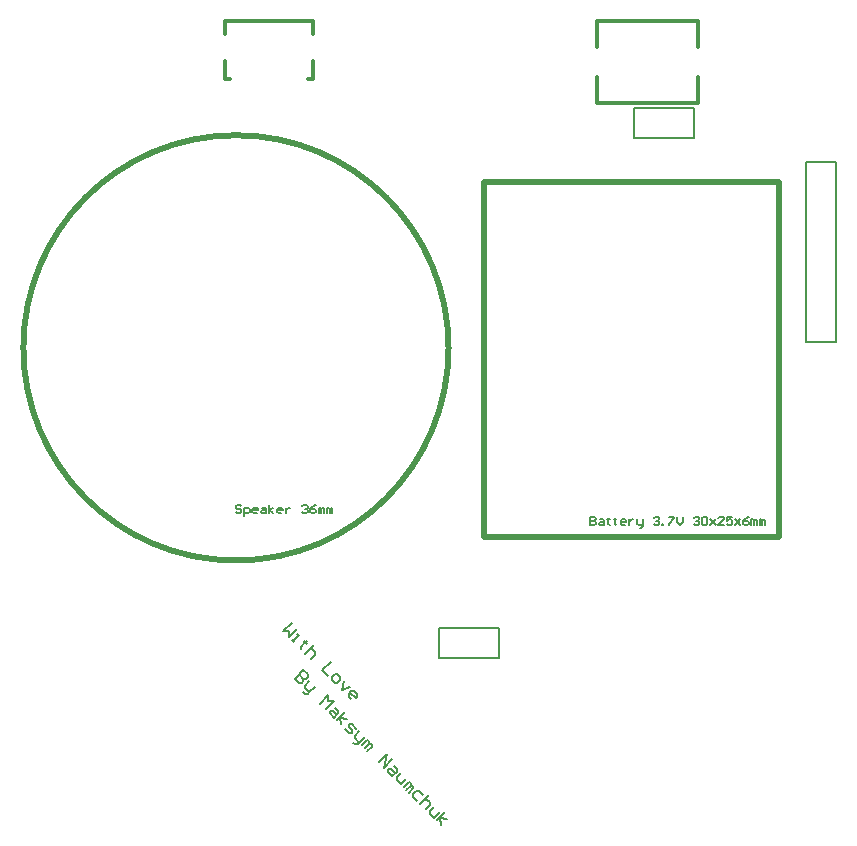
<source format=gto>
G04 Layer_Color=65535*
%FSLAX44Y44*%
%MOMM*%
G71*
G01*
G75*
%ADD12C,0.5000*%
%ADD14C,0.3000*%
%ADD15C,0.2000*%
%ADD29C,0.1500*%
D12*
X2190000Y1460000D02*
G03*
X2190000Y1460000I-180000J0D01*
G01*
X2220000Y1300000D02*
X2470000D01*
Y1600000D01*
X2220000D01*
Y1300000D01*
D14*
X2001000Y1687500D02*
X2005000D01*
X2001000D02*
Y1702500D01*
Y1725500D02*
Y1736500D01*
X2075000D01*
Y1725500D01*
Y1702500D02*
Y1687500D01*
X2071000D01*
X2315500Y1667500D02*
Y1689500D01*
Y1714500D02*
Y1736500D01*
X2401500D01*
Y1714500D01*
Y1689500D02*
Y1667500D01*
X2315500D01*
D15*
X2050000Y1220000D02*
X2054713D01*
Y1215287D01*
X2061781Y1222356D01*
Y1217644D02*
X2062959Y1216466D01*
X2058247Y1211753D01*
X2059425Y1210575D01*
X2057069Y1212931D01*
X2067672Y1211753D02*
X2070028Y1209397D01*
X2068850Y1210575D01*
X2067672Y1211753D01*
X2070028D02*
X2068850Y1210575D01*
X2065316Y1207041D01*
X2065316Y1204684D01*
X2072384D02*
X2074741Y1204684D01*
X2077097Y1202328D01*
Y1199972D01*
X2073563Y1196437D01*
X2068850Y1201150D02*
X2072384Y1204684D01*
X2075919Y1208219D02*
X2068850Y1201150D01*
X2067069Y1187069D02*
X2060000Y1180000D01*
X2063534Y1176466D01*
X2065891D01*
X2067069Y1177644D01*
X2067069Y1180000D01*
X2063534Y1183534D01*
X2067069Y1180000D01*
X2069425D01*
X2070603Y1181178D01*
Y1183534D01*
X2067069Y1187069D01*
X2068247Y1174109D02*
Y1171753D01*
X2071781Y1168219D01*
X2070603Y1167041D01*
X2068247D01*
X2067069Y1168219D01*
X2071781D02*
X2076494Y1172931D01*
X2071781Y1177644D02*
X2068247Y1174109D01*
X2082988Y1187012D02*
X2087700Y1182300D01*
X2091235Y1181122D02*
Y1178765D01*
X2093591Y1176409D01*
X2095947Y1176409D01*
X2098303Y1178765D01*
Y1181122D01*
X2095947Y1183478D01*
X2093591Y1183478D01*
X2091235Y1181122D01*
X2101838Y1177587D02*
X2099482Y1170518D01*
X2106550Y1172875D01*
X2107728Y1169340D02*
X2110085D01*
X2112441Y1166984D01*
Y1164628D01*
X2111263Y1163450D01*
X2106550Y1168162D01*
X2105372Y1166984D02*
X2107728Y1169340D01*
X2105372Y1166984D02*
Y1164628D01*
X2107728Y1162272D01*
X2103591Y1145834D02*
X2097700Y1147012D01*
X2098878Y1141122D01*
X2102413Y1137587D02*
X2105947Y1134053D01*
X2108303D01*
Y1136409D01*
X2105947Y1138765D01*
Y1141122D01*
X2108303D01*
X2111838Y1137587D01*
X2114194Y1135231D02*
X2110660Y1131697D01*
Y1129340D01*
X2114194Y1125806D01*
X2113016Y1124628D01*
X2110660D01*
X2109482Y1125806D01*
X2114194D02*
X2118907Y1130518D01*
X2121263Y1128162D02*
X2122441Y1126984D01*
Y1124628D01*
X2118907Y1121093D01*
X2122441Y1124628D01*
X2124797Y1124628D01*
Y1122272D01*
X2121263Y1118737D01*
X2116550Y1123450D02*
X2121263Y1128162D01*
X2130688Y1109312D02*
X2137757Y1116381D01*
X2135400Y1104600D01*
X2142469Y1111668D01*
X2143647Y1105778D02*
X2146004Y1103421D01*
Y1101065D01*
X2142469Y1097531D01*
X2138935Y1101065D01*
Y1103421D01*
X2141291Y1103421D01*
X2144825Y1099887D01*
X2149538Y1099887D02*
X2146004Y1096353D01*
Y1093996D01*
X2149538Y1090462D01*
X2154250Y1095174D01*
X2151894Y1088106D02*
X2156607Y1092818D01*
X2157785Y1091640D01*
Y1089284D01*
X2154250Y1085750D01*
X2157785Y1089284D01*
X2160141D01*
Y1086928D01*
X2156607Y1083393D01*
X2160141Y1082215D02*
Y1079859D01*
X2163676Y1076324D01*
X2166032Y1073968D02*
X2169566Y1077503D01*
X2171922Y1077503D01*
X2174279Y1075146D01*
Y1072790D01*
X2170744Y1069256D01*
X2174279Y1068077D02*
Y1065721D01*
X2177813Y1062187D01*
X2182526Y1066899D01*
Y1062187D02*
X2188416Y1061009D01*
X2187238Y1066899D02*
X2180169Y1059831D01*
X2182526Y1062187D02*
X2183704Y1056296D01*
X2177813Y1071612D02*
X2174279Y1068077D01*
X2173101Y1081037D02*
X2166032Y1073968D01*
X2168388Y1081037D02*
X2164854Y1084571D01*
X2162498Y1084571D01*
X2160141Y1082215D01*
X2232700Y1197300D02*
Y1222700D01*
X2181900D01*
Y1197300D01*
X2232700D01*
X2057069Y1227069D02*
X2050000Y1220000D01*
X2082988Y1187012D02*
X2090056Y1194081D01*
X2088275Y1165862D02*
Y1161150D01*
X2092988D01*
X2085919Y1154081D01*
X2089453Y1152903D02*
X2091810Y1152903D01*
X2095344Y1149369D01*
X2096522Y1150547D02*
X2092988Y1147012D01*
X2089453Y1150547D01*
Y1152903D01*
X2094166Y1155259D02*
X2096522Y1152903D01*
Y1150547D01*
X2095344Y1144656D02*
X2102413Y1151725D01*
X2081206Y1158794D02*
X2088275Y1165862D01*
X2492300Y1465300D02*
Y1617700D01*
X2517700D01*
Y1465300D01*
X2492300D01*
X2397700Y1637300D02*
Y1662700D01*
X2346900D01*
Y1637300D01*
X2397700D01*
D29*
X2011166Y1320000D02*
X2010000Y1321166D01*
X2011166Y1320000D02*
X2013499D01*
X2014665Y1321166D01*
Y1322333D01*
X2013499Y1323499D01*
X2011166D01*
X2010000Y1324665D01*
Y1325831D01*
X2011166Y1326998D01*
X2013499D01*
X2014665Y1325831D01*
X2016998Y1324665D02*
X2020497D01*
X2021663Y1323499D01*
Y1321166D01*
X2020497Y1320000D01*
X2016998D01*
Y1317667D02*
Y1324665D01*
X2023996Y1323499D02*
X2025162Y1324665D01*
X2027494D01*
X2028661Y1323499D01*
Y1322333D01*
X2023996D01*
Y1321166D02*
Y1323499D01*
Y1321166D02*
X2025162Y1320000D01*
X2027494D01*
X2032159D02*
X2030993Y1321166D01*
X2032159Y1322333D01*
X2035658D01*
Y1323499D02*
Y1320000D01*
X2032159D01*
Y1324665D02*
X2034492D01*
X2035658Y1323499D01*
X2037991Y1322333D02*
X2041490Y1324665D01*
X2044989Y1323499D02*
X2046155Y1324665D01*
X2048488D01*
X2049654Y1323499D01*
Y1322333D01*
X2044989D01*
Y1321166D02*
Y1323499D01*
Y1321166D02*
X2046155Y1320000D01*
X2048488D01*
X2041490D02*
X2037991Y1322333D01*
Y1320000D02*
Y1326998D01*
X2051987Y1324665D02*
Y1320000D01*
Y1322333D01*
X2053153Y1323499D01*
X2054319Y1324665D01*
X2055485D01*
X2065982Y1325831D02*
X2067148Y1326998D01*
X2069481D01*
X2070647Y1325831D01*
Y1324665D01*
X2069481Y1323499D01*
X2068315D01*
X2069481D01*
X2070647Y1322333D01*
Y1321166D01*
X2069481Y1320000D01*
X2067148D01*
X2065982Y1321166D01*
X2072980D02*
X2074146Y1320000D01*
X2076479D01*
X2077645Y1321166D01*
Y1322333D01*
X2076479Y1323499D01*
X2072980D01*
Y1321166D01*
Y1323499D02*
X2075312Y1325831D01*
X2077645Y1326998D01*
X2079978Y1324665D02*
X2081144D01*
X2082310Y1323499D01*
Y1320000D01*
Y1323499D01*
X2083476Y1324665D01*
X2084643Y1323499D01*
Y1320000D01*
X2086975D02*
Y1324665D01*
X2088141D01*
X2089308Y1323499D01*
Y1320000D01*
Y1323499D01*
X2090474Y1324665D01*
X2091640Y1323499D01*
Y1320000D01*
X2079978D02*
Y1324665D01*
X2310000Y1313499D02*
X2313499D01*
X2310000D01*
Y1310000D02*
X2313499D01*
X2314665Y1311166D01*
Y1312333D01*
X2313499Y1313499D01*
X2314665Y1314665D01*
Y1315831D01*
X2313499Y1316998D01*
X2310000D01*
Y1310000D01*
X2318164D02*
X2316998Y1311166D01*
X2318164Y1312333D01*
X2321663D01*
Y1313499D02*
Y1310000D01*
X2318164D01*
X2321663Y1313499D02*
X2320497Y1314665D01*
X2318164D01*
X2323996D02*
X2326328D01*
X2325162D01*
X2323996D01*
X2325162D02*
Y1311166D01*
X2326328Y1310000D01*
X2330993Y1311166D02*
X2332159Y1310000D01*
X2330993Y1311166D02*
Y1314665D01*
X2329827D01*
X2332159D01*
X2330993D01*
Y1315831D01*
X2325162D02*
Y1314665D01*
X2336825D02*
X2339157D01*
X2340324Y1313499D01*
Y1312333D01*
X2335658D01*
Y1311166D02*
Y1313499D01*
X2336825Y1314665D01*
X2342656D02*
Y1310000D01*
Y1312333D01*
X2343822Y1313499D01*
X2344989Y1314665D01*
X2346155D01*
X2349654D02*
Y1311166D01*
X2350820Y1310000D01*
X2354319D01*
Y1308834D01*
X2353153Y1307667D01*
X2351987D01*
X2354319Y1310000D02*
Y1314665D01*
X2363649Y1315831D02*
X2364816Y1316998D01*
X2367148D01*
X2368315Y1315831D01*
Y1314665D01*
X2367148Y1313499D01*
X2365982D01*
X2367148D01*
X2368315Y1312333D01*
Y1311166D01*
X2367148Y1310000D01*
X2364816D01*
X2363649Y1311166D01*
X2339157Y1310000D02*
X2336825D01*
X2335658Y1311166D01*
X2370647D02*
X2371814D01*
Y1310000D01*
X2370647D01*
Y1311166D01*
X2376479D02*
Y1310000D01*
Y1311166D02*
X2381144Y1315831D01*
Y1316998D01*
X2376479D01*
X2383476D02*
Y1312333D01*
X2385809Y1310000D01*
X2388142Y1312333D01*
Y1316998D01*
X2397472Y1315831D02*
X2398638Y1316998D01*
X2400971D01*
X2402137Y1315831D01*
Y1314665D01*
X2400971Y1313499D01*
X2399805D01*
X2400971D01*
X2402137Y1312333D01*
Y1311166D01*
X2400971Y1310000D01*
X2398638D01*
X2397472Y1311166D01*
X2404470D02*
Y1315831D01*
X2405636Y1316998D01*
X2407968D01*
X2409135Y1315831D01*
Y1311166D01*
X2407968Y1310000D01*
X2405636D01*
X2404470Y1311166D01*
X2411467Y1310000D02*
X2416133Y1314665D01*
X2413800Y1312333D01*
X2416133Y1310000D01*
X2411467Y1314665D01*
X2418465Y1310000D02*
X2423130Y1314665D01*
Y1315831D01*
X2421964Y1316998D01*
X2419631D01*
X2418465Y1315831D01*
X2425463Y1316998D02*
Y1313499D01*
X2427796Y1314665D01*
X2428962D01*
X2430128Y1313499D01*
Y1311166D01*
X2428962Y1310000D01*
X2426629D01*
X2425463Y1311166D01*
X2423130Y1310000D02*
X2418465D01*
X2432461D02*
X2437126Y1314665D01*
X2434793Y1312333D01*
X2437126Y1310000D01*
X2432461Y1314665D01*
X2430128Y1316998D02*
X2425463D01*
X2441791Y1315831D02*
X2439458Y1313499D01*
Y1311166D01*
X2440625Y1310000D01*
X2442957D01*
X2444124Y1311166D01*
Y1312333D01*
X2442957Y1313499D01*
X2439458D01*
X2448789D02*
Y1310000D01*
Y1313499D01*
X2449955Y1314665D01*
X2451121Y1313499D01*
Y1310000D01*
X2453454D02*
Y1314665D01*
X2454620D01*
X2455786Y1313499D01*
Y1310000D01*
Y1313499D01*
X2456953Y1314665D01*
X2458119Y1313499D01*
Y1310000D01*
X2446456D02*
Y1314665D01*
X2447622D01*
X2448789Y1313499D01*
X2444124Y1316998D02*
X2441791Y1315831D01*
M02*

</source>
